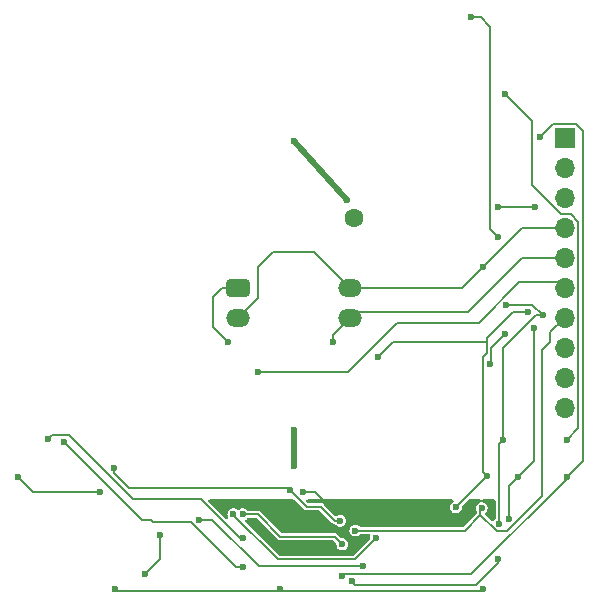
<source format=gbr>
%TF.GenerationSoftware,KiCad,Pcbnew,7.0.11+dfsg-1build4*%
%TF.CreationDate,2026-01-29T22:08:19-05:00*%
%TF.ProjectId,compact-nfc,636f6d70-6163-4742-9d6e-66632e6b6963,rev?*%
%TF.SameCoordinates,Original*%
%TF.FileFunction,Copper,L2,Bot*%
%TF.FilePolarity,Positive*%
%FSLAX46Y46*%
G04 Gerber Fmt 4.6, Leading zero omitted, Abs format (unit mm)*
G04 Created by KiCad (PCBNEW 7.0.11+dfsg-1build4) date 2026-01-29 22:08:19*
%MOMM*%
%LPD*%
G01*
G04 APERTURE LIST*
G04 Aperture macros list*
%AMRoundRect*
0 Rectangle with rounded corners*
0 $1 Rounding radius*
0 $2 $3 $4 $5 $6 $7 $8 $9 X,Y pos of 4 corners*
0 Add a 4 corners polygon primitive as box body*
4,1,4,$2,$3,$4,$5,$6,$7,$8,$9,$2,$3,0*
0 Add four circle primitives for the rounded corners*
1,1,$1+$1,$2,$3*
1,1,$1+$1,$4,$5*
1,1,$1+$1,$6,$7*
1,1,$1+$1,$8,$9*
0 Add four rect primitives between the rounded corners*
20,1,$1+$1,$2,$3,$4,$5,0*
20,1,$1+$1,$4,$5,$6,$7,0*
20,1,$1+$1,$6,$7,$8,$9,0*
20,1,$1+$1,$8,$9,$2,$3,0*%
G04 Aperture macros list end*
%TA.AperFunction,EtchedComponent*%
%ADD10C,0.500000*%
%TD*%
%TA.AperFunction,ComponentPad*%
%ADD11C,0.600000*%
%TD*%
%TA.AperFunction,ComponentPad*%
%ADD12R,1.700000X1.700000*%
%TD*%
%TA.AperFunction,ComponentPad*%
%ADD13O,1.700000X1.700000*%
%TD*%
%TA.AperFunction,WasherPad*%
%ADD14C,1.600000*%
%TD*%
%TA.AperFunction,ComponentPad*%
%ADD15RoundRect,0.340500X0.659500X-0.409500X0.659500X0.409500X-0.659500X0.409500X-0.659500X-0.409500X0*%
%TD*%
%TA.AperFunction,ComponentPad*%
%ADD16O,2.000000X1.500000*%
%TD*%
%TA.AperFunction,ViaPad*%
%ADD17C,0.600000*%
%TD*%
%TA.AperFunction,Conductor*%
%ADD18C,0.200000*%
%TD*%
G04 APERTURE END LIST*
D10*
%TO.C,L_pcb1*%
X125000000Y-135750000D02*
X125000000Y-138750000D01*
X129500000Y-116250000D02*
X125000000Y-111250000D01*
%TD*%
D11*
%TO.P,L_pcb1,B*%
%TO.N,N/C*%
X125000000Y-111250000D03*
X129500000Y-116250000D03*
%TO.P,L_pcb1,G*%
X125000000Y-135750000D03*
X125000000Y-138750000D03*
%TD*%
D12*
%TO.P,J1,1,Pin_1*%
%TO.N,Net-(J1-Pin_1)*%
X147900000Y-111000000D03*
D13*
%TO.P,J1,2,Pin_2*%
%TO.N,Net-(J1-Pin_2)*%
X147900000Y-113540000D03*
%TO.P,J1,3,Pin_3*%
%TO.N,VCC*%
X147900000Y-116080000D03*
%TO.P,J1,4,Pin_4*%
%TO.N,GND*%
X147900000Y-118620000D03*
%TO.P,J1,5,Pin_5*%
%TO.N,/SENS_DET*%
X147900000Y-121160000D03*
%TO.P,J1,6,Pin_6*%
%TO.N,/SENS_LED*%
X147900000Y-123700000D03*
%TO.P,J1,7,Pin_7*%
%TO.N,/RSTPD_N*%
X147900000Y-126240000D03*
%TO.P,J1,8,Pin_8*%
%TO.N,/LED_KR*%
X147900000Y-128780000D03*
%TO.P,J1,9,Pin_9*%
%TO.N,/LED_KG*%
X147900000Y-131320000D03*
%TO.P,J1,10,Pin_10*%
%TO.N,/LED_KB*%
X147900000Y-133860000D03*
%TD*%
D14*
%TO.P,U1,*%
%TO.N,*%
X130045000Y-117770000D03*
D15*
%TO.P,U1,1*%
%TO.N,Net-(R11-Pad2)*%
X120270000Y-123700000D03*
D16*
%TO.P,U1,2*%
%TO.N,GND*%
X120270000Y-126240000D03*
%TO.P,U1,3*%
%TO.N,/SENS_DET*%
X129720000Y-126240000D03*
%TO.P,U1,4*%
%TO.N,GND*%
X129720000Y-123700000D03*
%TD*%
D17*
%TO.N,GND*%
X101600000Y-139700000D03*
X108585000Y-140970000D03*
%TO.N,Net-(R11-Pad2)*%
X119380000Y-128270000D03*
%TO.N,/SENS_LED*%
X121920000Y-130810000D03*
%TO.N,+3.3V*%
X123825000Y-149200000D03*
X128902600Y-143427500D03*
X140970000Y-149200000D03*
X109855000Y-149200000D03*
X142947265Y-125167265D03*
X109753300Y-138986200D03*
X124620265Y-140809735D03*
X142718500Y-136567000D03*
X146065000Y-126040800D03*
X142353800Y-143660900D03*
%TO.N,VCC*%
X144780000Y-125730000D03*
X141299700Y-139654700D03*
X138688300Y-142266100D03*
X132080000Y-129540000D03*
X142240000Y-116840000D03*
X145415000Y-116840000D03*
%TO.N,Net-(U2-OSCIN)*%
X113665000Y-144613300D03*
X112395000Y-147955000D03*
%TO.N,Net-(Q1-S)*%
X129052965Y-148113965D03*
X145794300Y-110910900D03*
X148092800Y-139705200D03*
%TO.N,/SENS_DET*%
X128270000Y-128270000D03*
%TO.N,Net-(Q2-S)*%
X143978300Y-139705200D03*
X145320400Y-127082200D03*
X129900000Y-148564400D03*
X143179000Y-143268400D03*
X142240000Y-146685000D03*
%TO.N,/RSTPD_N*%
X140870400Y-142349800D03*
X130184700Y-144253200D03*
%TO.N,Net-(U2-I1)*%
X120650000Y-147320000D03*
X105525200Y-136728300D03*
%TO.N,Net-(U2-I0)*%
X104140000Y-136525000D03*
X120680500Y-144914144D03*
%TO.N,GND*%
X136275000Y-142435743D03*
X129704100Y-142005300D03*
X140970000Y-121920000D03*
X125724735Y-140964735D03*
%TO.N,Net-(C3-Pad1)*%
X130828700Y-147273500D03*
X116919765Y-143342635D03*
%TO.N,Net-(U2-VMID)*%
X119848900Y-142875000D03*
X131936800Y-144891300D03*
%TO.N,Net-(U2-RX)*%
X129083386Y-145415000D03*
X120650000Y-142875000D03*
%TO.N,Net-(D1-GK)*%
X139971000Y-100800000D03*
X142240000Y-119380000D03*
X142875000Y-127635000D03*
X141570000Y-130175000D03*
%TO.N,Net-(D1-BK)*%
X148057600Y-136567000D03*
X142875000Y-107281500D03*
%TD*%
D18*
%TO.N,GND*%
X102870000Y-140970000D02*
X101600000Y-139700000D01*
X108585000Y-140970000D02*
X102870000Y-140970000D01*
%TO.N,Net-(U2-OSCIN)*%
X113665000Y-144613300D02*
X113665000Y-146685000D01*
X113665000Y-146685000D02*
X112395000Y-147955000D01*
%TO.N,Net-(R11-Pad2)*%
X118110000Y-124460000D02*
X118110000Y-127000000D01*
X118110000Y-127000000D02*
X119380000Y-128270000D01*
X118870000Y-123700000D02*
X118110000Y-124460000D01*
X120270000Y-123700000D02*
X118870000Y-123700000D01*
%TO.N,/SENS_LED*%
X144076000Y-123190000D02*
X147390000Y-123190000D01*
X121920000Y-130810000D02*
X129540000Y-130810000D01*
X140626000Y-126640000D02*
X144076000Y-123190000D01*
X129540000Y-130810000D02*
X133710000Y-126640000D01*
X133710000Y-126640000D02*
X140626000Y-126640000D01*
X147390000Y-123190000D02*
X147900000Y-123700000D01*
%TO.N,+3.3V*%
X124490730Y-140680200D02*
X111019800Y-140680200D01*
X123625000Y-149400000D02*
X123825000Y-149200000D01*
X111019800Y-140680200D02*
X109753300Y-139413700D01*
X109753300Y-139413700D02*
X109753300Y-138986200D01*
X142947265Y-125167265D02*
X142984530Y-125130000D01*
X145154200Y-125130000D02*
X146065000Y-126040800D01*
X126050530Y-142240000D02*
X127277600Y-142240000D01*
X140970000Y-149200000D02*
X140970000Y-149225000D01*
X109855000Y-149200000D02*
X110055000Y-149400000D01*
X128465100Y-143427500D02*
X128902600Y-143427500D01*
X142718500Y-128833000D02*
X142718500Y-136567000D01*
X124620265Y-140809735D02*
X124490730Y-140680200D01*
X145510700Y-126040800D02*
X142718500Y-128833000D01*
X127277600Y-142240000D02*
X128465100Y-143427500D01*
X142984530Y-125130000D02*
X145154200Y-125130000D01*
X124025000Y-149400000D02*
X123825000Y-149200000D01*
X140795000Y-149400000D02*
X124025000Y-149400000D01*
X142353900Y-143660900D02*
X142353800Y-143660900D01*
X124620265Y-140809735D02*
X126050530Y-142240000D01*
X142353900Y-136931600D02*
X142353900Y-143660900D01*
X146065000Y-126040800D02*
X145510700Y-126040800D01*
X142718500Y-136567000D02*
X142353900Y-136931600D01*
X140970000Y-149225000D02*
X140795000Y-149400000D01*
X110055000Y-149400000D02*
X123625000Y-149400000D01*
%TO.N,VCC*%
X141299700Y-127940300D02*
X143510000Y-125730000D01*
X132080000Y-129540000D02*
X133350000Y-128270000D01*
X140970000Y-139325000D02*
X141299700Y-139654700D01*
X144780000Y-116840000D02*
X145415000Y-116840000D01*
X141299700Y-129210300D02*
X140970000Y-129540000D01*
X143510000Y-125730000D02*
X144780000Y-125730000D01*
X142240000Y-116840000D02*
X144780000Y-116840000D01*
X133350000Y-128270000D02*
X141299700Y-128270000D01*
X140970000Y-129540000D02*
X140970000Y-139325000D01*
X141299700Y-128270000D02*
X141299700Y-127940300D01*
X141299700Y-128270000D02*
X141299700Y-129210300D01*
X141299700Y-139654700D02*
X138688300Y-142266100D01*
%TO.N,Net-(Q1-S)*%
X145794300Y-110910900D02*
X146894700Y-109810500D01*
X149469000Y-110429800D02*
X149469000Y-138329000D01*
X146894700Y-109810500D02*
X148849700Y-109810500D01*
X129202530Y-147964400D02*
X139991700Y-147964400D01*
X139991700Y-147964400D02*
X148092800Y-139863300D01*
X129282900Y-147964400D02*
X129282900Y-147966000D01*
X129052965Y-148113965D02*
X129202530Y-147964400D01*
X129282900Y-147966000D02*
X129282900Y-147964400D01*
X148092800Y-139863300D02*
X148092800Y-139705200D01*
X148849700Y-109810500D02*
X149469000Y-110429800D01*
X149469000Y-138329000D02*
X148092800Y-139705200D01*
%TO.N,/SENS_DET*%
X144270000Y-121160000D02*
X147900000Y-121160000D01*
X129720000Y-126240000D02*
X130230000Y-125730000D01*
X139700000Y-125730000D02*
X144270000Y-121160000D01*
X130230000Y-125730000D02*
X139700000Y-125730000D01*
X129720000Y-126240000D02*
X128270000Y-127690000D01*
X128270000Y-127690000D02*
X128270000Y-128270000D01*
%TO.N,Net-(Q2-S)*%
X143179100Y-140504400D02*
X143179100Y-143268400D01*
X142240000Y-146990800D02*
X142240000Y-146685000D01*
X130171700Y-148836100D02*
X140394700Y-148836100D01*
X143179100Y-143268400D02*
X143179000Y-143268400D01*
X140394700Y-148836100D02*
X142240000Y-146990800D01*
X145320400Y-127082200D02*
X145320400Y-138363100D01*
X145320400Y-138363100D02*
X143978300Y-139705200D01*
X143978300Y-139705200D02*
X143179100Y-140504400D01*
X129900000Y-148564400D02*
X130171700Y-148836100D01*
%TO.N,/RSTPD_N*%
X139421800Y-144253200D02*
X140758400Y-142916600D01*
X146011100Y-128992600D02*
X146011100Y-141332600D01*
X130184700Y-144253200D02*
X139421800Y-144253200D01*
X140758400Y-142916600D02*
X140758400Y-142461800D01*
X143017800Y-144325900D02*
X142167700Y-144325900D01*
X147900000Y-126240000D02*
X146685000Y-127455000D01*
X140758400Y-142461800D02*
X140870400Y-142349800D01*
X142167700Y-144325900D02*
X140758400Y-142916600D01*
X146685000Y-127455000D02*
X146685000Y-128318700D01*
X146685000Y-128318700D02*
X146011100Y-128992600D01*
X146011100Y-141332600D02*
X143017800Y-144325900D01*
%TO.N,Net-(U2-I1)*%
X116238600Y-143510000D02*
X113030000Y-143510000D01*
X120048600Y-147320000D02*
X116238600Y-143510000D01*
X120650000Y-147320000D02*
X120048600Y-147320000D01*
X113030000Y-143510000D02*
X112874600Y-143354600D01*
X112874600Y-143354600D02*
X112151500Y-143354600D01*
X112151500Y-143354600D02*
X105525200Y-136728300D01*
%TO.N,Net-(U2-I0)*%
X120431515Y-144914144D02*
X117122371Y-141605000D01*
X105902214Y-136128300D02*
X104536700Y-136128300D01*
X104536700Y-136128300D02*
X104140000Y-136525000D01*
X111760000Y-141605000D02*
X111378914Y-141605000D01*
X111378914Y-141605000D02*
X105902214Y-136128300D01*
X120680500Y-144914144D02*
X120431515Y-144914144D01*
X117122371Y-141605000D02*
X111760000Y-141605000D01*
%TO.N,GND*%
X121920000Y-124590000D02*
X121920000Y-121920000D01*
X126782200Y-140970000D02*
X127817500Y-142005300D01*
X130463900Y-142765100D02*
X129704100Y-142005300D01*
X121920000Y-121920000D02*
X123190000Y-120650000D01*
X139190000Y-123700000D02*
X140970000Y-121920000D01*
X127817500Y-142005300D02*
X129704100Y-142005300D01*
X135945643Y-142765100D02*
X130463900Y-142765100D01*
X140970000Y-121920000D02*
X144270000Y-118620000D01*
X120270000Y-126240000D02*
X121920000Y-124590000D01*
X136275000Y-142435743D02*
X135945643Y-142765100D01*
X125730000Y-140970000D02*
X126782200Y-140970000D01*
X123190000Y-120650000D02*
X126670000Y-120650000D01*
X144270000Y-118620000D02*
X147900000Y-118620000D01*
X129720000Y-123700000D02*
X139190000Y-123700000D01*
X126670000Y-120650000D02*
X129720000Y-123700000D01*
%TO.N,Net-(C3-Pad1)*%
X116919765Y-143342635D02*
X118067485Y-143342635D01*
X118067485Y-143342635D02*
X121998350Y-147273500D01*
X121998350Y-147273500D02*
X130828700Y-147273500D01*
%TO.N,Net-(U2-VMID)*%
X123611471Y-146685000D02*
X130143100Y-146685000D01*
X119848900Y-142922429D02*
X123611471Y-146685000D01*
X130143100Y-146685000D02*
X131936800Y-144891300D01*
X119848900Y-142875000D02*
X119848900Y-142922429D01*
%TO.N,Net-(U2-RX)*%
X120650000Y-142875000D02*
X121920000Y-142875000D01*
X123825000Y-144780000D02*
X128448386Y-144780000D01*
X128448386Y-144780000D02*
X129083386Y-145415000D01*
X121920000Y-142875000D02*
X123825000Y-144780000D01*
%TO.N,Net-(D1-GK)*%
X141699700Y-128810300D02*
X142875000Y-127635000D01*
X141570000Y-130175000D02*
X141699700Y-130045300D01*
X140805000Y-100800000D02*
X141605000Y-101600000D01*
X141699700Y-130045300D02*
X141699700Y-128810300D01*
X141605000Y-118745000D02*
X142240000Y-119380000D01*
X141605000Y-101600000D02*
X141605000Y-118745000D01*
X139971000Y-100800000D02*
X140805000Y-100800000D01*
%TO.N,Net-(D1-BK)*%
X149067100Y-135557500D02*
X148057600Y-136567000D01*
X145151200Y-109557700D02*
X145151200Y-115032500D01*
X147586800Y-117468100D02*
X148395600Y-117468100D01*
X145151200Y-115032500D02*
X147586800Y-117468100D01*
X148395600Y-117468100D02*
X149067100Y-118139600D01*
X149067100Y-118139600D02*
X149067100Y-135557500D01*
X142875000Y-107281500D02*
X145151200Y-109557700D01*
%TD*%
%TA.AperFunction,Conductor*%
%TO.N,GND*%
G36*
X125006236Y-141624685D02*
G01*
X125026878Y-141641319D01*
X125790569Y-142405010D01*
X125801840Y-142417962D01*
X125806569Y-142424225D01*
X125840847Y-142455474D01*
X125844988Y-142459429D01*
X125857733Y-142472174D01*
X125861461Y-142475270D01*
X125869854Y-142481918D01*
X125878654Y-142489940D01*
X125889594Y-142499914D01*
X125889595Y-142499914D01*
X125889597Y-142499916D01*
X125896060Y-142502419D01*
X125921337Y-142515743D01*
X125927049Y-142519656D01*
X125953044Y-142525769D01*
X125969440Y-142530846D01*
X125994357Y-142540500D01*
X126001281Y-142540500D01*
X126029671Y-142543793D01*
X126036411Y-142545379D01*
X126059185Y-142542201D01*
X126062864Y-142541689D01*
X126079994Y-142540500D01*
X127101767Y-142540500D01*
X127168806Y-142560185D01*
X127189447Y-142576818D01*
X127699612Y-143086984D01*
X128205142Y-143592514D01*
X128216413Y-143605466D01*
X128221139Y-143611725D01*
X128221141Y-143611727D01*
X128221142Y-143611728D01*
X128255406Y-143642964D01*
X128259547Y-143646919D01*
X128272301Y-143659673D01*
X128276042Y-143662779D01*
X128284434Y-143669427D01*
X128304162Y-143687412D01*
X128304163Y-143687413D01*
X128304167Y-143687416D01*
X128310621Y-143689916D01*
X128335906Y-143703243D01*
X128341620Y-143707157D01*
X128367617Y-143713271D01*
X128384018Y-143718351D01*
X128408924Y-143728000D01*
X128408927Y-143728000D01*
X128415852Y-143728000D01*
X128444240Y-143731293D01*
X128450981Y-143732879D01*
X128450985Y-143732878D01*
X128454052Y-143733020D01*
X128459370Y-143734851D01*
X128462168Y-143735510D01*
X128462101Y-143735792D01*
X128520113Y-143755775D01*
X128542044Y-143775681D01*
X128571472Y-143809643D01*
X128692547Y-143887453D01*
X128692550Y-143887454D01*
X128692549Y-143887454D01*
X128830636Y-143927999D01*
X128830638Y-143928000D01*
X128830639Y-143928000D01*
X128974562Y-143928000D01*
X128974562Y-143927999D01*
X129112653Y-143887453D01*
X129233728Y-143809643D01*
X129327977Y-143700873D01*
X129387765Y-143569957D01*
X129408247Y-143427500D01*
X129387765Y-143285043D01*
X129327977Y-143154127D01*
X129233728Y-143045357D01*
X129112653Y-142967547D01*
X129112651Y-142967546D01*
X129112649Y-142967545D01*
X129112650Y-142967545D01*
X128974563Y-142927000D01*
X128974561Y-142927000D01*
X128830639Y-142927000D01*
X128830636Y-142927000D01*
X128692549Y-142967545D01*
X128616850Y-143016194D01*
X128549810Y-143035878D01*
X128482771Y-143016193D01*
X128462130Y-142999559D01*
X127537562Y-142074991D01*
X127526287Y-142062035D01*
X127521555Y-142055768D01*
X127487283Y-142024525D01*
X127483160Y-142020589D01*
X127470397Y-142007826D01*
X127470396Y-142007825D01*
X127470394Y-142007823D01*
X127466677Y-142004737D01*
X127458279Y-141998084D01*
X127438533Y-141980084D01*
X127432070Y-141977580D01*
X127406792Y-141964256D01*
X127401081Y-141960344D01*
X127401078Y-141960343D01*
X127401079Y-141960343D01*
X127375083Y-141954228D01*
X127358689Y-141949151D01*
X127333774Y-141939500D01*
X127333773Y-141939500D01*
X127326849Y-141939500D01*
X127298458Y-141936206D01*
X127291719Y-141934621D01*
X127265266Y-141938311D01*
X127248136Y-141939500D01*
X126226363Y-141939500D01*
X126159324Y-141919815D01*
X126138682Y-141903181D01*
X126052182Y-141816681D01*
X126018697Y-141755358D01*
X126023681Y-141685666D01*
X126065553Y-141629733D01*
X126131017Y-141605316D01*
X126139863Y-141605000D01*
X138368932Y-141605000D01*
X138435971Y-141624685D01*
X138481726Y-141677489D01*
X138491670Y-141746647D01*
X138462645Y-141810203D01*
X138435972Y-141833315D01*
X138357174Y-141883955D01*
X138357172Y-141883956D01*
X138357172Y-141883957D01*
X138338505Y-141905500D01*
X138262923Y-141992726D01*
X138262922Y-141992728D01*
X138203134Y-142123643D01*
X138182653Y-142266100D01*
X138203134Y-142408556D01*
X138262922Y-142539471D01*
X138262923Y-142539473D01*
X138357172Y-142648243D01*
X138478247Y-142726053D01*
X138478250Y-142726054D01*
X138478249Y-142726054D01*
X138616336Y-142766599D01*
X138616338Y-142766600D01*
X138616339Y-142766600D01*
X138760262Y-142766600D01*
X138760262Y-142766599D01*
X138898353Y-142726053D01*
X139019428Y-142648243D01*
X139113677Y-142539473D01*
X139173465Y-142408557D01*
X139193947Y-142266100D01*
X139192639Y-142257005D01*
X139202579Y-142187849D01*
X139227692Y-142151677D01*
X139738051Y-141641318D01*
X139799374Y-141607834D01*
X139825732Y-141605000D01*
X140768009Y-141605000D01*
X140835048Y-141624685D01*
X140870399Y-141665482D01*
X140905751Y-141624685D01*
X140972790Y-141605000D01*
X141929400Y-141605000D01*
X141996439Y-141624685D01*
X142042194Y-141677489D01*
X142053400Y-141729000D01*
X142053400Y-143197044D01*
X142033715Y-143264083D01*
X142023114Y-143278246D01*
X141928423Y-143387526D01*
X141916672Y-143413258D01*
X141870916Y-143466061D01*
X141803877Y-143485745D01*
X141736837Y-143466060D01*
X141716197Y-143449426D01*
X141186867Y-142920096D01*
X141153382Y-142858773D01*
X141158366Y-142789081D01*
X141195878Y-142738971D01*
X141194823Y-142737753D01*
X141201520Y-142731947D01*
X141201528Y-142731943D01*
X141295777Y-142623173D01*
X141355565Y-142492257D01*
X141376047Y-142349800D01*
X141355565Y-142207343D01*
X141295777Y-142076427D01*
X141201528Y-141967657D01*
X141080453Y-141889847D01*
X141080451Y-141889846D01*
X141080449Y-141889845D01*
X141080450Y-141889845D01*
X140937857Y-141847977D01*
X140879078Y-141810203D01*
X140870399Y-141791200D01*
X140861722Y-141810203D01*
X140802944Y-141847977D01*
X140802943Y-141847977D01*
X140660349Y-141889845D01*
X140539273Y-141967656D01*
X140445023Y-142076426D01*
X140445022Y-142076428D01*
X140385234Y-142207343D01*
X140364753Y-142349800D01*
X140385234Y-142492256D01*
X140446694Y-142626833D01*
X140457900Y-142678345D01*
X140457900Y-142740767D01*
X140438215Y-142807806D01*
X140421581Y-142828448D01*
X139333648Y-143916381D01*
X139272325Y-143949866D01*
X139245967Y-143952700D01*
X130643201Y-143952700D01*
X130576162Y-143933015D01*
X130549488Y-143909903D01*
X130515828Y-143871057D01*
X130394753Y-143793247D01*
X130394751Y-143793246D01*
X130394749Y-143793245D01*
X130394750Y-143793245D01*
X130256663Y-143752700D01*
X130256661Y-143752700D01*
X130112739Y-143752700D01*
X130112736Y-143752700D01*
X129974649Y-143793245D01*
X129853573Y-143871056D01*
X129759323Y-143979826D01*
X129759322Y-143979828D01*
X129699534Y-144110743D01*
X129679053Y-144253200D01*
X129699534Y-144395656D01*
X129758241Y-144524203D01*
X129759323Y-144526573D01*
X129853572Y-144635343D01*
X129974647Y-144713153D01*
X129974650Y-144713154D01*
X129974649Y-144713154D01*
X130081807Y-144744617D01*
X130096197Y-144748843D01*
X130112736Y-144753699D01*
X130112738Y-144753700D01*
X130112739Y-144753700D01*
X130256662Y-144753700D01*
X130256662Y-144753699D01*
X130394753Y-144713153D01*
X130515828Y-144635343D01*
X130549488Y-144596496D01*
X130608267Y-144558723D01*
X130643201Y-144553700D01*
X131347806Y-144553700D01*
X131414845Y-144573385D01*
X131460600Y-144626189D01*
X131470544Y-144695347D01*
X131460601Y-144729211D01*
X131451634Y-144748844D01*
X131431153Y-144891300D01*
X131431153Y-144891301D01*
X131432461Y-144900403D01*
X131422513Y-144969561D01*
X131397403Y-145005724D01*
X130054948Y-146348181D01*
X129993625Y-146381666D01*
X129967267Y-146384500D01*
X123787304Y-146384500D01*
X123720265Y-146364815D01*
X123699623Y-146348181D01*
X120863140Y-143511698D01*
X120829655Y-143450375D01*
X120834639Y-143380683D01*
X120876511Y-143324750D01*
X120883731Y-143319736D01*
X120981128Y-143257143D01*
X121014788Y-143218296D01*
X121073567Y-143180523D01*
X121108501Y-143175500D01*
X121744167Y-143175500D01*
X121811206Y-143195185D01*
X121831848Y-143211819D01*
X123565039Y-144945010D01*
X123576310Y-144957962D01*
X123581039Y-144964225D01*
X123615317Y-144995474D01*
X123619458Y-144999429D01*
X123632203Y-145012174D01*
X123635931Y-145015270D01*
X123644324Y-145021918D01*
X123652575Y-145029440D01*
X123664065Y-145039915D01*
X123664066Y-145039915D01*
X123664067Y-145039916D01*
X123670521Y-145042416D01*
X123695806Y-145055744D01*
X123701518Y-145059657D01*
X123708743Y-145061356D01*
X123727521Y-145065772D01*
X123743909Y-145070846D01*
X123768827Y-145080500D01*
X123775752Y-145080500D01*
X123804140Y-145083793D01*
X123810881Y-145085379D01*
X123837333Y-145081689D01*
X123854464Y-145080500D01*
X128272553Y-145080500D01*
X128339592Y-145100185D01*
X128360234Y-145116819D01*
X128543990Y-145300575D01*
X128577475Y-145361898D01*
X128579047Y-145405902D01*
X128577739Y-145414999D01*
X128598220Y-145557456D01*
X128619976Y-145605094D01*
X128658009Y-145688373D01*
X128752258Y-145797143D01*
X128873333Y-145874953D01*
X128873336Y-145874954D01*
X128873335Y-145874954D01*
X129011422Y-145915499D01*
X129011424Y-145915500D01*
X129011425Y-145915500D01*
X129155348Y-145915500D01*
X129155348Y-145915499D01*
X129293439Y-145874953D01*
X129414514Y-145797143D01*
X129508763Y-145688373D01*
X129568551Y-145557457D01*
X129589033Y-145415000D01*
X129568551Y-145272543D01*
X129508763Y-145141627D01*
X129414514Y-145032857D01*
X129293439Y-144955047D01*
X129293437Y-144955046D01*
X129293435Y-144955045D01*
X129293436Y-144955045D01*
X129155349Y-144914500D01*
X129155347Y-144914500D01*
X129059219Y-144914500D01*
X128992180Y-144894815D01*
X128971538Y-144878181D01*
X128708348Y-144614991D01*
X128697073Y-144602035D01*
X128692341Y-144595768D01*
X128658069Y-144564525D01*
X128653946Y-144560589D01*
X128641183Y-144547826D01*
X128641182Y-144547825D01*
X128641180Y-144547823D01*
X128637463Y-144544737D01*
X128629065Y-144538084D01*
X128609319Y-144520084D01*
X128602856Y-144517580D01*
X128577578Y-144504256D01*
X128571867Y-144500344D01*
X128571864Y-144500343D01*
X128571865Y-144500343D01*
X128545869Y-144494228D01*
X128529475Y-144489151D01*
X128504560Y-144479500D01*
X128504559Y-144479500D01*
X128497635Y-144479500D01*
X128469244Y-144476206D01*
X128462505Y-144474621D01*
X128436052Y-144478311D01*
X128418922Y-144479500D01*
X124000833Y-144479500D01*
X123933794Y-144459815D01*
X123913152Y-144443181D01*
X122179962Y-142709991D01*
X122168687Y-142697035D01*
X122163955Y-142690768D01*
X122129683Y-142659525D01*
X122125560Y-142655589D01*
X122112797Y-142642826D01*
X122112796Y-142642825D01*
X122112794Y-142642823D01*
X122109077Y-142639737D01*
X122100679Y-142633084D01*
X122080933Y-142615084D01*
X122074470Y-142612580D01*
X122049192Y-142599256D01*
X122043481Y-142595344D01*
X122043478Y-142595343D01*
X122043479Y-142595343D01*
X122017483Y-142589228D01*
X122001089Y-142584151D01*
X121976174Y-142574500D01*
X121976173Y-142574500D01*
X121969249Y-142574500D01*
X121940858Y-142571206D01*
X121934119Y-142569621D01*
X121907666Y-142573311D01*
X121890536Y-142574500D01*
X121108501Y-142574500D01*
X121041462Y-142554815D01*
X121014788Y-142531703D01*
X121011354Y-142527740D01*
X120981128Y-142492857D01*
X120860053Y-142415047D01*
X120860051Y-142415046D01*
X120860049Y-142415045D01*
X120860050Y-142415045D01*
X120721963Y-142374500D01*
X120721961Y-142374500D01*
X120578039Y-142374500D01*
X120578036Y-142374500D01*
X120439949Y-142415045D01*
X120316489Y-142494388D01*
X120249449Y-142514072D01*
X120182411Y-142494388D01*
X120121859Y-142455474D01*
X120058953Y-142415047D01*
X120058951Y-142415046D01*
X120058949Y-142415045D01*
X120058950Y-142415045D01*
X119920863Y-142374500D01*
X119920861Y-142374500D01*
X119776939Y-142374500D01*
X119776936Y-142374500D01*
X119638849Y-142415045D01*
X119517773Y-142492856D01*
X119517772Y-142492856D01*
X119517772Y-142492857D01*
X119511657Y-142499914D01*
X119423523Y-142601626D01*
X119423522Y-142601628D01*
X119363734Y-142732543D01*
X119343253Y-142875000D01*
X119363734Y-143017456D01*
X119417756Y-143135745D01*
X119427700Y-143204904D01*
X119398675Y-143268459D01*
X119339897Y-143306234D01*
X119270028Y-143306234D01*
X119217281Y-143274938D01*
X117759023Y-141816681D01*
X117725538Y-141755358D01*
X117730522Y-141685666D01*
X117772394Y-141629733D01*
X117837858Y-141605316D01*
X117846704Y-141605000D01*
X124939197Y-141605000D01*
X125006236Y-141624685D01*
G37*
%TD.AperFunction*%
%TD*%
M02*

</source>
